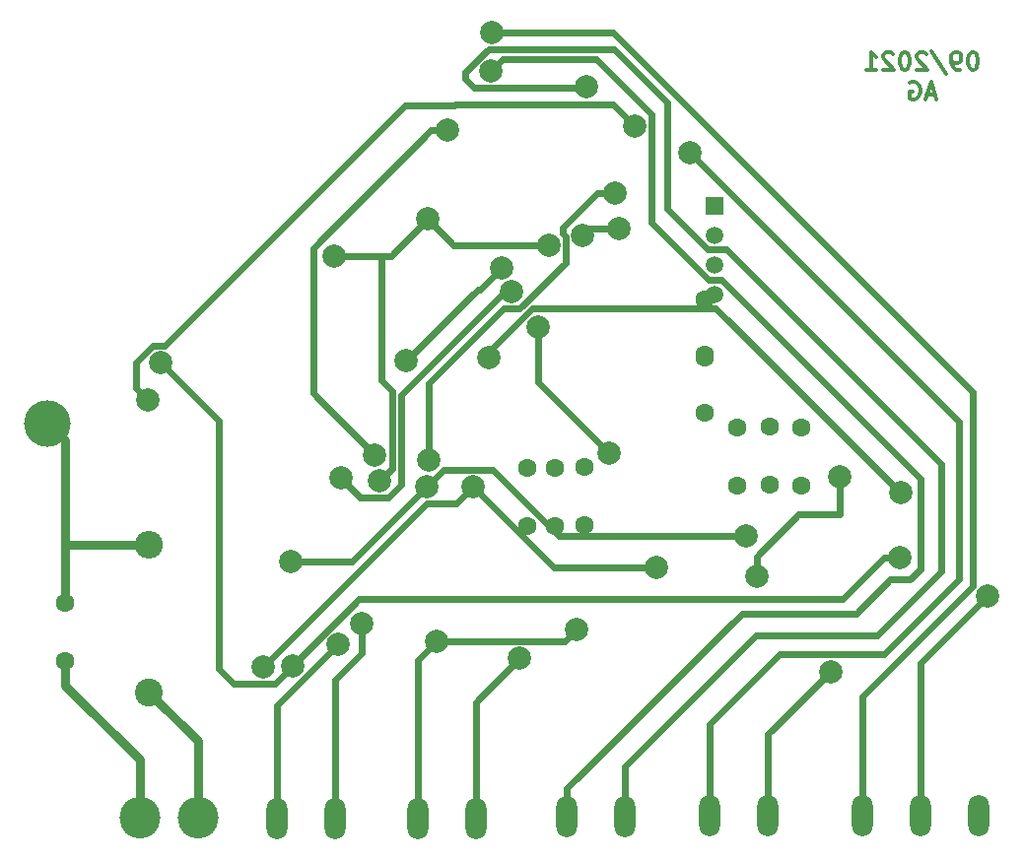
<source format=gbr>
%TF.GenerationSoftware,KiCad,Pcbnew,(5.1.9)-1*%
%TF.CreationDate,2021-09-07T19:05:13+00:00*%
%TF.ProjectId,CZTBoardV3,435a5442-6f61-4726-9456-332e6b696361,rev?*%
%TF.SameCoordinates,Original*%
%TF.FileFunction,Copper,L2,Bot*%
%TF.FilePolarity,Positive*%
%FSLAX46Y46*%
G04 Gerber Fmt 4.6, Leading zero omitted, Abs format (unit mm)*
G04 Created by KiCad (PCBNEW (5.1.9)-1) date 2021-09-07 19:05:13*
%MOMM*%
%LPD*%
G01*
G04 APERTURE LIST*
%TA.AperFunction,NonConductor*%
%ADD10C,0.300000*%
%TD*%
%TA.AperFunction,ComponentPad*%
%ADD11O,2.400000X2.400000*%
%TD*%
%TA.AperFunction,ComponentPad*%
%ADD12C,2.400000*%
%TD*%
%TA.AperFunction,ComponentPad*%
%ADD13C,1.600000*%
%TD*%
%TA.AperFunction,ComponentPad*%
%ADD14C,4.000000*%
%TD*%
%TA.AperFunction,ComponentPad*%
%ADD15O,1.790700X3.581400*%
%TD*%
%TA.AperFunction,ComponentPad*%
%ADD16O,3.500000X3.581400*%
%TD*%
%TA.AperFunction,ComponentPad*%
%ADD17C,1.500000*%
%TD*%
%TA.AperFunction,ComponentPad*%
%ADD18R,1.500000X1.500000*%
%TD*%
%TA.AperFunction,ViaPad*%
%ADD19C,2.000000*%
%TD*%
%TA.AperFunction,Conductor*%
%ADD20C,0.609600*%
%TD*%
%TA.AperFunction,Conductor*%
%ADD21C,0.800000*%
%TD*%
G04 APERTURE END LIST*
D10*
X203648571Y-77633571D02*
X203505714Y-77633571D01*
X203362857Y-77705000D01*
X203291428Y-77776428D01*
X203220000Y-77919285D01*
X203148571Y-78205000D01*
X203148571Y-78562142D01*
X203220000Y-78847857D01*
X203291428Y-78990714D01*
X203362857Y-79062142D01*
X203505714Y-79133571D01*
X203648571Y-79133571D01*
X203791428Y-79062142D01*
X203862857Y-78990714D01*
X203934285Y-78847857D01*
X204005714Y-78562142D01*
X204005714Y-78205000D01*
X203934285Y-77919285D01*
X203862857Y-77776428D01*
X203791428Y-77705000D01*
X203648571Y-77633571D01*
X202434285Y-79133571D02*
X202148571Y-79133571D01*
X202005714Y-79062142D01*
X201934285Y-78990714D01*
X201791428Y-78776428D01*
X201720000Y-78490714D01*
X201720000Y-77919285D01*
X201791428Y-77776428D01*
X201862857Y-77705000D01*
X202005714Y-77633571D01*
X202291428Y-77633571D01*
X202434285Y-77705000D01*
X202505714Y-77776428D01*
X202577142Y-77919285D01*
X202577142Y-78276428D01*
X202505714Y-78419285D01*
X202434285Y-78490714D01*
X202291428Y-78562142D01*
X202005714Y-78562142D01*
X201862857Y-78490714D01*
X201791428Y-78419285D01*
X201720000Y-78276428D01*
X200005714Y-77562142D02*
X201291428Y-79490714D01*
X199577142Y-77776428D02*
X199505714Y-77705000D01*
X199362857Y-77633571D01*
X199005714Y-77633571D01*
X198862857Y-77705000D01*
X198791428Y-77776428D01*
X198720000Y-77919285D01*
X198720000Y-78062142D01*
X198791428Y-78276428D01*
X199648571Y-79133571D01*
X198720000Y-79133571D01*
X197791428Y-77633571D02*
X197648571Y-77633571D01*
X197505714Y-77705000D01*
X197434285Y-77776428D01*
X197362857Y-77919285D01*
X197291428Y-78205000D01*
X197291428Y-78562142D01*
X197362857Y-78847857D01*
X197434285Y-78990714D01*
X197505714Y-79062142D01*
X197648571Y-79133571D01*
X197791428Y-79133571D01*
X197934285Y-79062142D01*
X198005714Y-78990714D01*
X198077142Y-78847857D01*
X198148571Y-78562142D01*
X198148571Y-78205000D01*
X198077142Y-77919285D01*
X198005714Y-77776428D01*
X197934285Y-77705000D01*
X197791428Y-77633571D01*
X196720000Y-77776428D02*
X196648571Y-77705000D01*
X196505714Y-77633571D01*
X196148571Y-77633571D01*
X196005714Y-77705000D01*
X195934285Y-77776428D01*
X195862857Y-77919285D01*
X195862857Y-78062142D01*
X195934285Y-78276428D01*
X196791428Y-79133571D01*
X195862857Y-79133571D01*
X194434285Y-79133571D02*
X195291428Y-79133571D01*
X194862857Y-79133571D02*
X194862857Y-77633571D01*
X195005714Y-77847857D01*
X195148571Y-77990714D01*
X195291428Y-78062142D01*
X200327142Y-81255000D02*
X199612857Y-81255000D01*
X200470000Y-81683571D02*
X199970000Y-80183571D01*
X199470000Y-81683571D01*
X198184285Y-80255000D02*
X198327142Y-80183571D01*
X198541428Y-80183571D01*
X198755714Y-80255000D01*
X198898571Y-80397857D01*
X198970000Y-80540714D01*
X199041428Y-80826428D01*
X199041428Y-81040714D01*
X198970000Y-81326428D01*
X198898571Y-81469285D01*
X198755714Y-81612142D01*
X198541428Y-81683571D01*
X198398571Y-81683571D01*
X198184285Y-81612142D01*
X198112857Y-81540714D01*
X198112857Y-81040714D01*
X198398571Y-81040714D01*
D11*
%TO.P,R20,2*%
%TO.N,/HV*%
X132790000Y-119950000D03*
D12*
%TO.P,R20,1*%
%TO.N,/EXT_PICO_GND*%
X132790000Y-132650000D03*
%TD*%
D13*
%TO.P,C14,2*%
%TO.N,AGND*%
X180570000Y-98880000D03*
%TO.P,C14,1*%
%TO.N,Net-(C13-Pad2)*%
X180570000Y-103880000D03*
%TD*%
%TO.P,C13,2*%
%TO.N,Net-(C13-Pad2)*%
X180550000Y-103610000D03*
%TO.P,C13,1*%
%TO.N,Net-(C13-Pad1)*%
X180550000Y-108610000D03*
%TD*%
%TO.P,C12,2*%
%TO.N,AGND*%
X183340000Y-109860000D03*
%TO.P,C12,1*%
%TO.N,/AVFE*%
X183340000Y-114860000D03*
%TD*%
%TO.P,C11,2*%
%TO.N,AGND*%
X186110000Y-109840000D03*
%TO.P,C11,1*%
%TO.N,/AVFE*%
X186110000Y-114840000D03*
%TD*%
%TO.P,C10,2*%
%TO.N,/HV*%
X125590000Y-124950000D03*
%TO.P,C10,1*%
%TO.N,/EXT_PICO_600V*%
X125590000Y-129950000D03*
%TD*%
%TO.P,C6,2*%
%TO.N,AGND*%
X188850000Y-109880000D03*
%TO.P,C6,1*%
%TO.N,VCC*%
X188850000Y-114880000D03*
%TD*%
%TO.P,C4,2*%
%TO.N,DGND*%
X167700000Y-118360000D03*
%TO.P,C4,1*%
%TO.N,VCC*%
X167700000Y-113360000D03*
%TD*%
%TO.P,C3,2*%
%TO.N,DGND*%
X170180000Y-118320000D03*
%TO.P,C3,1*%
%TO.N,VCC*%
X170180000Y-113320000D03*
%TD*%
%TO.P,C2,2*%
%TO.N,DGND*%
X165280000Y-118370000D03*
%TO.P,C2,1*%
%TO.N,VCC*%
X165280000Y-113370000D03*
%TD*%
D14*
%TO.P,U1,41*%
%TO.N,/HV*%
X124090000Y-109530000D03*
%TD*%
D15*
%TO.P,X6,3*%
%TO.N,/GPIO*%
X204090000Y-143240000D03*
%TO.P,X6,2*%
%TO.N,/RST*%
X199090000Y-143240000D03*
%TO.P,X6,1*%
%TO.N,/PWR_ON*%
X194090000Y-143240000D03*
%TD*%
%TO.P,X5,2*%
%TO.N,/MISO*%
X185990000Y-143220000D03*
%TO.P,X5,1*%
%TO.N,/SS*%
X180990000Y-143220000D03*
%TD*%
%TO.P,X4,2*%
%TO.N,/MOSI*%
X173690000Y-143320000D03*
%TO.P,X4,1*%
%TO.N,/CLK*%
X168690000Y-143320000D03*
%TD*%
%TO.P,X3,2*%
%TO.N,/VIN5V*%
X160890000Y-143520000D03*
%TO.P,X3,1*%
%TO.N,AGND*%
X155890000Y-143520000D03*
%TD*%
%TO.P,X2,2*%
%TO.N,/LED+*%
X148790000Y-143520000D03*
%TO.P,X2,1*%
%TO.N,/LED-*%
X143790000Y-143520000D03*
%TD*%
D16*
%TO.P,X1,2*%
%TO.N,/EXT_PICO_GND*%
X136990000Y-143450000D03*
%TO.P,X1,1*%
%TO.N,/EXT_PICO_600V*%
X131990000Y-143450000D03*
%TD*%
D17*
%TO.P,U4,4*%
%TO.N,AGND*%
X181350000Y-98440000D03*
%TO.P,U4,3*%
%TO.N,Net-(U4-Pad3)*%
X181350000Y-95900000D03*
%TO.P,U4,2*%
%TO.N,/NC*%
X181350000Y-93360000D03*
D18*
%TO.P,U4,1*%
%TO.N,VCC*%
X181350000Y-90820000D03*
%TD*%
D19*
%TO.N,AGND*%
X157480000Y-128270000D03*
X184980000Y-122650000D03*
X192110000Y-114110000D03*
X169510000Y-127250000D03*
%TO.N,VCC*%
X176380000Y-121910000D03*
X142640000Y-130460000D03*
X149273669Y-114251134D03*
X163950052Y-98200755D03*
X160640000Y-114977210D03*
%TO.N,/PWR_ON*%
X162285404Y-75925404D03*
%TO.N,/RST*%
X162010000Y-103850000D03*
X197340000Y-115530000D03*
X204850000Y-124410000D03*
%TO.N,/SS_N*%
X166200000Y-101280000D03*
X172280000Y-112120000D03*
X154920000Y-104170000D03*
X163070000Y-96160000D03*
%TO.N,/MISO_N*%
X145000000Y-121390000D03*
X156646774Y-114945399D03*
X184070000Y-119200000D03*
%TO.N,/MISO_P*%
X145100000Y-130400000D03*
X133817210Y-104346890D03*
X197329596Y-121119596D03*
%TO.N,/MOSI_N*%
X172850000Y-89750000D03*
X156827220Y-112704146D03*
%TO.N,/MOSI_P*%
X132700000Y-107550000D03*
X174522790Y-83990000D03*
%TO.N,/CLK_N*%
X152200000Y-112300000D03*
X158440000Y-84310000D03*
%TO.N,/MOSI*%
X170330000Y-80570000D03*
%TO.N,/SS*%
X179290000Y-86310000D03*
X173200000Y-92820000D03*
X170035427Y-93379625D03*
%TO.N,/CLK*%
X162190000Y-79232788D03*
%TO.N,/MISO*%
X191340000Y-130900000D03*
%TO.N,/LED-*%
X149050404Y-128510404D03*
%TO.N,/LED+*%
X151079596Y-126739596D03*
%TO.N,/VIN5V*%
X164649326Y-129727210D03*
%TO.N,DGND*%
X148720000Y-95140000D03*
X152631387Y-114458660D03*
X167126118Y-94200931D03*
X156760397Y-91979603D03*
%TD*%
D20*
%TO.N,AGND*%
X155890000Y-143520000D02*
X155890000Y-129860000D01*
X155890000Y-129860000D02*
X157480000Y-128270000D01*
X184980000Y-122650000D02*
X184980000Y-121020000D01*
X184980000Y-121020000D02*
X188610000Y-117390000D01*
X188610000Y-117390000D02*
X192130000Y-117390000D01*
X192130000Y-117390000D02*
X192110000Y-117370000D01*
X192110000Y-117370000D02*
X192110000Y-114110000D01*
X157480000Y-128270000D02*
X168490000Y-128270000D01*
X168490000Y-128270000D02*
X169510000Y-127250000D01*
%TO.N,VCC*%
X154419211Y-114827496D02*
X154419211Y-107107447D01*
X149273669Y-114251134D02*
X150938397Y-115915862D01*
X150938397Y-115915862D02*
X153330845Y-115915862D01*
X154419211Y-107107447D02*
X163325903Y-98200755D01*
X153330845Y-115915862D02*
X154419211Y-114827496D01*
X163325903Y-98200755D02*
X163950052Y-98200755D01*
X176380000Y-121910000D02*
X167572790Y-121910000D01*
X167572790Y-121910000D02*
X160640000Y-114977210D01*
X156697400Y-116402600D02*
X159214610Y-116402600D01*
X160590000Y-114550000D02*
X160640000Y-114600000D01*
X142640000Y-130460000D02*
X156697400Y-116402600D01*
X159214610Y-116402600D02*
X160640000Y-114977210D01*
X160640000Y-114600000D02*
X160640000Y-114977210D01*
D21*
%TO.N,/HV*%
X125590000Y-111030000D02*
X124090000Y-109530000D01*
X125790000Y-119950000D02*
X125590000Y-119750000D01*
X132790000Y-119950000D02*
X125790000Y-119950000D01*
X125590000Y-119750000D02*
X125590000Y-111030000D01*
X125590000Y-124950000D02*
X125590000Y-119750000D01*
D20*
%TO.N,/PWR_ON*%
X203560000Y-123543342D02*
X203560000Y-106850000D01*
X194090000Y-143240000D02*
X194090000Y-133013342D01*
X194090000Y-133013342D02*
X203560000Y-123543342D01*
X203560000Y-106850000D02*
X172635404Y-75925404D01*
X172635404Y-75925404D02*
X162285404Y-75925404D01*
%TO.N,/RST*%
X199090000Y-143240000D02*
X199090000Y-130170000D01*
X199090000Y-130170000D02*
X204850000Y-124410000D01*
X165737910Y-99647201D02*
X181457201Y-99647201D01*
X162010000Y-103850000D02*
X162010000Y-103375111D01*
X181457201Y-99647201D02*
X197340000Y-115530000D01*
X162010000Y-103375111D02*
X165737910Y-99647201D01*
%TO.N,/SS_N*%
X166200000Y-101280000D02*
X166200000Y-106040000D01*
X166200000Y-106040000D02*
X172280000Y-112120000D01*
X154920000Y-104170000D02*
X161060000Y-98030000D01*
X161200000Y-98030000D02*
X163070000Y-96160000D01*
X161060000Y-98030000D02*
X161200000Y-98030000D01*
%TO.N,/MISO_N*%
X150202173Y-121390000D02*
X156646774Y-114945399D01*
X145000000Y-121390000D02*
X150202173Y-121390000D01*
X184070000Y-119200000D02*
X168020000Y-119200000D01*
X158072173Y-113520000D02*
X156646774Y-114945399D01*
X162340000Y-113520000D02*
X158072173Y-113520000D01*
X168020000Y-119200000D02*
X162340000Y-113520000D01*
%TO.N,/MISO_P*%
X145100000Y-130400000D02*
X143582798Y-131917202D01*
X140070542Y-131917202D02*
X138782798Y-130629458D01*
X143582798Y-131917202D02*
X140070542Y-131917202D01*
X138782798Y-130629458D02*
X138782798Y-109312478D01*
X134817209Y-105346889D02*
X133817210Y-104346890D01*
X138782798Y-109312478D02*
X134817209Y-105346889D01*
X192378567Y-124656412D02*
X195915383Y-121119596D01*
X145100000Y-130400000D02*
X150843588Y-124656412D01*
X195915383Y-121119596D02*
X197329596Y-121119596D01*
X150843588Y-124656412D02*
X192378567Y-124656412D01*
%TO.N,/MOSI_N*%
X172850000Y-89750000D02*
X171313340Y-89750000D01*
X156827220Y-106069438D02*
X156827220Y-112704146D01*
X171313340Y-89750000D02*
X168327201Y-92736139D01*
X168327201Y-93245354D02*
X168583320Y-93501473D01*
X168327201Y-92736139D02*
X168327201Y-93245354D01*
X168583320Y-93501473D02*
X168583320Y-95724145D01*
X163238702Y-99657956D02*
X156827220Y-106069438D01*
X164649509Y-99657956D02*
X163238702Y-99657956D01*
X168583320Y-95724145D02*
X164649509Y-99657956D01*
%TO.N,/MOSI_P*%
X132700000Y-107550000D02*
X132730000Y-107520000D01*
X159099458Y-82167202D02*
X172699992Y-82167202D01*
X173522791Y-82990001D02*
X174522790Y-83990000D01*
X132700000Y-107550000D02*
X131700001Y-106550001D01*
X131700001Y-104307441D02*
X133117753Y-102889689D01*
X172699992Y-82167202D02*
X173522791Y-82990001D01*
X134160311Y-102889689D02*
X154822798Y-82227202D01*
X131700001Y-106550001D02*
X131700001Y-104307441D01*
X133117753Y-102889689D02*
X134160311Y-102889689D01*
X154822798Y-82227202D02*
X159039458Y-82227202D01*
X159039458Y-82227202D02*
X159099458Y-82167202D01*
%TO.N,/CLK_N*%
X146880000Y-94455787D02*
X157025787Y-84310000D01*
X152200000Y-112300000D02*
X146880000Y-106980000D01*
X157025787Y-84310000D02*
X158440000Y-84310000D01*
X146880000Y-106980000D02*
X146880000Y-94455787D01*
%TO.N,/MOSI*%
X173690000Y-143320000D02*
X173690000Y-138990000D01*
X159960000Y-79377466D02*
X159960000Y-79890000D01*
X161954861Y-77382605D02*
X159960000Y-79377466D01*
X170210000Y-80690000D02*
X170330000Y-80570000D01*
X173690000Y-138990000D02*
X184910000Y-127770000D01*
X200870000Y-113070000D02*
X182367201Y-94567201D01*
X177310000Y-81920000D02*
X172772605Y-77382605D01*
X160760000Y-80690000D02*
X170210000Y-80690000D01*
X172772605Y-77382605D02*
X161954861Y-77382605D01*
X180770543Y-94567201D02*
X177310000Y-91106658D01*
X177310000Y-91106658D02*
X177310000Y-81920000D01*
X159960000Y-79890000D02*
X160760000Y-80690000D01*
X195340000Y-127770000D02*
X200870000Y-122240000D01*
X200870000Y-122240000D02*
X200870000Y-113070000D01*
X184910000Y-127770000D02*
X195340000Y-127770000D01*
X182367201Y-94567201D02*
X180770543Y-94567201D01*
%TO.N,/SS*%
X180990000Y-143220000D02*
X180990000Y-135360000D01*
X186990000Y-129360000D02*
X195970000Y-129360000D01*
X202400000Y-109420000D02*
X179290000Y-86310000D01*
X180990000Y-135360000D02*
X186990000Y-129360000D01*
X195970000Y-129360000D02*
X202400000Y-122930000D01*
X202400000Y-122930000D02*
X202400000Y-109420000D01*
X170595052Y-92820000D02*
X170035427Y-93379625D01*
X173200000Y-92820000D02*
X170595052Y-92820000D01*
%TO.N,/CLK*%
X175980000Y-92316658D02*
X175980000Y-82982404D01*
X168690000Y-140919700D02*
X183739700Y-125870000D01*
X193574143Y-125870000D02*
X196474143Y-122970000D01*
X171230385Y-78232789D02*
X163189999Y-78232789D01*
X196474143Y-122970000D02*
X198140000Y-122970000D01*
X199040000Y-122070000D02*
X199040000Y-114343342D01*
X181929457Y-97232799D02*
X180896141Y-97232799D01*
X163189999Y-78232789D02*
X162190000Y-79232788D01*
X180896141Y-97232799D02*
X175980000Y-92316658D01*
X175980000Y-82982404D02*
X171230385Y-78232789D01*
X199040000Y-114343342D02*
X181929457Y-97232799D01*
X183739700Y-125870000D02*
X193574143Y-125870000D01*
X168690000Y-143320000D02*
X168690000Y-140919700D01*
X198140000Y-122970000D02*
X199040000Y-122070000D01*
%TO.N,/MISO*%
X185990000Y-136250000D02*
X191340000Y-130900000D01*
X185990000Y-143220000D02*
X185990000Y-136250000D01*
%TO.N,/LED-*%
X143790000Y-143520000D02*
X143790000Y-133770808D01*
X143790000Y-133770808D02*
X149050404Y-128510404D01*
%TO.N,/LED+*%
X148790000Y-143520000D02*
X148790000Y-131580000D01*
X151079596Y-129290404D02*
X151079596Y-126739596D01*
X148790000Y-131580000D02*
X151079596Y-129290404D01*
%TO.N,/VIN5V*%
X160890000Y-133486536D02*
X164649326Y-129727210D01*
X160890000Y-143520000D02*
X160890000Y-133486536D01*
D21*
%TO.N,/EXT_PICO_600V*%
X131990000Y-143450000D02*
X131990000Y-138450000D01*
X125590000Y-132050000D02*
X125590000Y-129950000D01*
X131990000Y-138450000D02*
X125590000Y-132050000D01*
%TO.N,/EXT_PICO_GND*%
X136990000Y-136850000D02*
X132790000Y-132650000D01*
X136990000Y-143450000D02*
X136990000Y-136850000D01*
D20*
%TO.N,DGND*%
X153600000Y-95140000D02*
X156760397Y-91979603D01*
X152742799Y-105869457D02*
X152742799Y-95402799D01*
X153657201Y-106783859D02*
X152742799Y-105869457D01*
X153657201Y-113432846D02*
X153657201Y-106783859D01*
X152631387Y-114458660D02*
X153657201Y-113432846D01*
X152480000Y-95140000D02*
X153600000Y-95140000D01*
X152742799Y-95402799D02*
X152480000Y-95140000D01*
X148720000Y-95140000D02*
X152480000Y-95140000D01*
X158981725Y-94200931D02*
X156760397Y-91979603D01*
X167126118Y-94200931D02*
X158981725Y-94200931D01*
%TD*%
M02*

</source>
